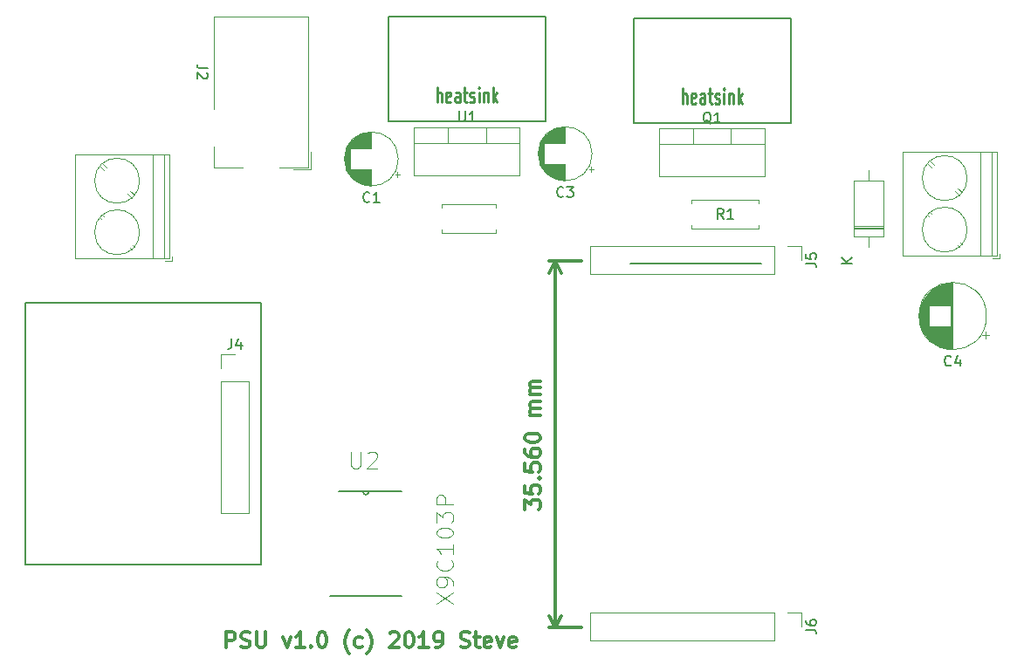
<source format=gto>
G04 #@! TF.GenerationSoftware,KiCad,Pcbnew,5.0.2+dfsg1-1~bpo9+1*
G04 #@! TF.CreationDate,2019-06-18T09:34:39+01:00*
G04 #@! TF.ProjectId,PSU,5053552e-6b69-4636-9164-5f7063625858,rev?*
G04 #@! TF.SameCoordinates,Original*
G04 #@! TF.FileFunction,Legend,Top*
G04 #@! TF.FilePolarity,Positive*
%FSLAX46Y46*%
G04 Gerber Fmt 4.6, Leading zero omitted, Abs format (unit mm)*
G04 Created by KiCad (PCBNEW 5.0.2+dfsg1-1~bpo9+1) date Tue 18 Jun 2019 09:34:39 IST*
%MOMM*%
%LPD*%
G01*
G04 APERTURE LIST*
%ADD10C,0.300000*%
%ADD11C,0.250000*%
%ADD12C,0.200000*%
%ADD13C,0.120000*%
%ADD14C,0.152400*%
%ADD15C,0.150000*%
%ADD16C,0.050000*%
G04 APERTURE END LIST*
D10*
X54798285Y-91864571D02*
X54798285Y-90364571D01*
X55369714Y-90364571D01*
X55512571Y-90436000D01*
X55583999Y-90507428D01*
X55655428Y-90650285D01*
X55655428Y-90864571D01*
X55583999Y-91007428D01*
X55512571Y-91078857D01*
X55369714Y-91150285D01*
X54798285Y-91150285D01*
X56226857Y-91793142D02*
X56441142Y-91864571D01*
X56798285Y-91864571D01*
X56941142Y-91793142D01*
X57012571Y-91721714D01*
X57083999Y-91578857D01*
X57083999Y-91436000D01*
X57012571Y-91293142D01*
X56941142Y-91221714D01*
X56798285Y-91150285D01*
X56512571Y-91078857D01*
X56369714Y-91007428D01*
X56298285Y-90936000D01*
X56226857Y-90793142D01*
X56226857Y-90650285D01*
X56298285Y-90507428D01*
X56369714Y-90436000D01*
X56512571Y-90364571D01*
X56869714Y-90364571D01*
X57083999Y-90436000D01*
X57726857Y-90364571D02*
X57726857Y-91578857D01*
X57798285Y-91721714D01*
X57869714Y-91793142D01*
X58012571Y-91864571D01*
X58298285Y-91864571D01*
X58441142Y-91793142D01*
X58512571Y-91721714D01*
X58583999Y-91578857D01*
X58583999Y-90364571D01*
X60298285Y-90864571D02*
X60655428Y-91864571D01*
X61012571Y-90864571D01*
X62369714Y-91864571D02*
X61512571Y-91864571D01*
X61941142Y-91864571D02*
X61941142Y-90364571D01*
X61798285Y-90578857D01*
X61655428Y-90721714D01*
X61512571Y-90793142D01*
X63012571Y-91721714D02*
X63083999Y-91793142D01*
X63012571Y-91864571D01*
X62941142Y-91793142D01*
X63012571Y-91721714D01*
X63012571Y-91864571D01*
X64012571Y-90364571D02*
X64155428Y-90364571D01*
X64298285Y-90436000D01*
X64369714Y-90507428D01*
X64441142Y-90650285D01*
X64512571Y-90936000D01*
X64512571Y-91293142D01*
X64441142Y-91578857D01*
X64369714Y-91721714D01*
X64298285Y-91793142D01*
X64155428Y-91864571D01*
X64012571Y-91864571D01*
X63869714Y-91793142D01*
X63798285Y-91721714D01*
X63726857Y-91578857D01*
X63655428Y-91293142D01*
X63655428Y-90936000D01*
X63726857Y-90650285D01*
X63798285Y-90507428D01*
X63869714Y-90436000D01*
X64012571Y-90364571D01*
X66726857Y-92436000D02*
X66655428Y-92364571D01*
X66512571Y-92150285D01*
X66441142Y-92007428D01*
X66369714Y-91793142D01*
X66298285Y-91436000D01*
X66298285Y-91150285D01*
X66369714Y-90793142D01*
X66441142Y-90578857D01*
X66512571Y-90436000D01*
X66655428Y-90221714D01*
X66726857Y-90150285D01*
X67941142Y-91793142D02*
X67798285Y-91864571D01*
X67512571Y-91864571D01*
X67369714Y-91793142D01*
X67298285Y-91721714D01*
X67226857Y-91578857D01*
X67226857Y-91150285D01*
X67298285Y-91007428D01*
X67369714Y-90936000D01*
X67512571Y-90864571D01*
X67798285Y-90864571D01*
X67941142Y-90936000D01*
X68441142Y-92436000D02*
X68512571Y-92364571D01*
X68655428Y-92150285D01*
X68726857Y-92007428D01*
X68798285Y-91793142D01*
X68869714Y-91436000D01*
X68869714Y-91150285D01*
X68798285Y-90793142D01*
X68726857Y-90578857D01*
X68655428Y-90436000D01*
X68512571Y-90221714D01*
X68441142Y-90150285D01*
X70655428Y-90507428D02*
X70726857Y-90436000D01*
X70869714Y-90364571D01*
X71226857Y-90364571D01*
X71369714Y-90436000D01*
X71441142Y-90507428D01*
X71512571Y-90650285D01*
X71512571Y-90793142D01*
X71441142Y-91007428D01*
X70584000Y-91864571D01*
X71512571Y-91864571D01*
X72441142Y-90364571D02*
X72584000Y-90364571D01*
X72726857Y-90436000D01*
X72798285Y-90507428D01*
X72869714Y-90650285D01*
X72941142Y-90936000D01*
X72941142Y-91293142D01*
X72869714Y-91578857D01*
X72798285Y-91721714D01*
X72726857Y-91793142D01*
X72584000Y-91864571D01*
X72441142Y-91864571D01*
X72298285Y-91793142D01*
X72226857Y-91721714D01*
X72155428Y-91578857D01*
X72084000Y-91293142D01*
X72084000Y-90936000D01*
X72155428Y-90650285D01*
X72226857Y-90507428D01*
X72298285Y-90436000D01*
X72441142Y-90364571D01*
X74369714Y-91864571D02*
X73512571Y-91864571D01*
X73941142Y-91864571D02*
X73941142Y-90364571D01*
X73798285Y-90578857D01*
X73655428Y-90721714D01*
X73512571Y-90793142D01*
X75084000Y-91864571D02*
X75369714Y-91864571D01*
X75512571Y-91793142D01*
X75584000Y-91721714D01*
X75726857Y-91507428D01*
X75798285Y-91221714D01*
X75798285Y-90650285D01*
X75726857Y-90507428D01*
X75655428Y-90436000D01*
X75512571Y-90364571D01*
X75226857Y-90364571D01*
X75084000Y-90436000D01*
X75012571Y-90507428D01*
X74941142Y-90650285D01*
X74941142Y-91007428D01*
X75012571Y-91150285D01*
X75084000Y-91221714D01*
X75226857Y-91293142D01*
X75512571Y-91293142D01*
X75655428Y-91221714D01*
X75726857Y-91150285D01*
X75798285Y-91007428D01*
X77512571Y-91793142D02*
X77726857Y-91864571D01*
X78084000Y-91864571D01*
X78226857Y-91793142D01*
X78298285Y-91721714D01*
X78369714Y-91578857D01*
X78369714Y-91436000D01*
X78298285Y-91293142D01*
X78226857Y-91221714D01*
X78084000Y-91150285D01*
X77798285Y-91078857D01*
X77655428Y-91007428D01*
X77584000Y-90936000D01*
X77512571Y-90793142D01*
X77512571Y-90650285D01*
X77584000Y-90507428D01*
X77655428Y-90436000D01*
X77798285Y-90364571D01*
X78155428Y-90364571D01*
X78369714Y-90436000D01*
X78798285Y-90864571D02*
X79369714Y-90864571D01*
X79012571Y-90364571D02*
X79012571Y-91650285D01*
X79084000Y-91793142D01*
X79226857Y-91864571D01*
X79369714Y-91864571D01*
X80441142Y-91793142D02*
X80298285Y-91864571D01*
X80012571Y-91864571D01*
X79869714Y-91793142D01*
X79798285Y-91650285D01*
X79798285Y-91078857D01*
X79869714Y-90936000D01*
X80012571Y-90864571D01*
X80298285Y-90864571D01*
X80441142Y-90936000D01*
X80512571Y-91078857D01*
X80512571Y-91221714D01*
X79798285Y-91364571D01*
X81012571Y-90864571D02*
X81369714Y-91864571D01*
X81726857Y-90864571D01*
X82869714Y-91793142D02*
X82726857Y-91864571D01*
X82441142Y-91864571D01*
X82298285Y-91793142D01*
X82226857Y-91650285D01*
X82226857Y-91078857D01*
X82298285Y-90936000D01*
X82441142Y-90864571D01*
X82726857Y-90864571D01*
X82869714Y-90936000D01*
X82941142Y-91078857D01*
X82941142Y-91221714D01*
X82226857Y-91364571D01*
D11*
X75234600Y-38966256D02*
X75234600Y-37466256D01*
X75663172Y-38966256D02*
X75663172Y-38180542D01*
X75615553Y-38037685D01*
X75520314Y-37966256D01*
X75377457Y-37966256D01*
X75282219Y-38037685D01*
X75234600Y-38109113D01*
X76520314Y-38894827D02*
X76425076Y-38966256D01*
X76234600Y-38966256D01*
X76139362Y-38894827D01*
X76091743Y-38751970D01*
X76091743Y-38180542D01*
X76139362Y-38037685D01*
X76234600Y-37966256D01*
X76425076Y-37966256D01*
X76520314Y-38037685D01*
X76567933Y-38180542D01*
X76567933Y-38323399D01*
X76091743Y-38466256D01*
X77425076Y-38966256D02*
X77425076Y-38180542D01*
X77377457Y-38037685D01*
X77282219Y-37966256D01*
X77091743Y-37966256D01*
X76996505Y-38037685D01*
X77425076Y-38894827D02*
X77329838Y-38966256D01*
X77091743Y-38966256D01*
X76996505Y-38894827D01*
X76948886Y-38751970D01*
X76948886Y-38609113D01*
X76996505Y-38466256D01*
X77091743Y-38394827D01*
X77329838Y-38394827D01*
X77425076Y-38323399D01*
X77758410Y-37966256D02*
X78139362Y-37966256D01*
X77901267Y-37466256D02*
X77901267Y-38751970D01*
X77948886Y-38894827D01*
X78044124Y-38966256D01*
X78139362Y-38966256D01*
X78425076Y-38894827D02*
X78520314Y-38966256D01*
X78710791Y-38966256D01*
X78806029Y-38894827D01*
X78853648Y-38751970D01*
X78853648Y-38680542D01*
X78806029Y-38537685D01*
X78710791Y-38466256D01*
X78567933Y-38466256D01*
X78472695Y-38394827D01*
X78425076Y-38251970D01*
X78425076Y-38180542D01*
X78472695Y-38037685D01*
X78567933Y-37966256D01*
X78710791Y-37966256D01*
X78806029Y-38037685D01*
X79282219Y-38966256D02*
X79282219Y-37966256D01*
X79282219Y-37466256D02*
X79234600Y-37537685D01*
X79282219Y-37609113D01*
X79329838Y-37537685D01*
X79282219Y-37466256D01*
X79282219Y-37609113D01*
X79758410Y-37966256D02*
X79758410Y-38966256D01*
X79758410Y-38109113D02*
X79806029Y-38037685D01*
X79901267Y-37966256D01*
X80044124Y-37966256D01*
X80139362Y-38037685D01*
X80186981Y-38180542D01*
X80186981Y-38966256D01*
X80663172Y-38966256D02*
X80663172Y-37466256D01*
X80758410Y-38394827D02*
X81044124Y-38966256D01*
X81044124Y-37966256D02*
X80663172Y-38537685D01*
X99013082Y-39066959D02*
X99013082Y-37566959D01*
X99441654Y-39066959D02*
X99441654Y-38281245D01*
X99394035Y-38138388D01*
X99298796Y-38066959D01*
X99155939Y-38066959D01*
X99060701Y-38138388D01*
X99013082Y-38209816D01*
X100298796Y-38995530D02*
X100203558Y-39066959D01*
X100013082Y-39066959D01*
X99917844Y-38995530D01*
X99870225Y-38852673D01*
X99870225Y-38281245D01*
X99917844Y-38138388D01*
X100013082Y-38066959D01*
X100203558Y-38066959D01*
X100298796Y-38138388D01*
X100346415Y-38281245D01*
X100346415Y-38424102D01*
X99870225Y-38566959D01*
X101203558Y-39066959D02*
X101203558Y-38281245D01*
X101155939Y-38138388D01*
X101060701Y-38066959D01*
X100870225Y-38066959D01*
X100774987Y-38138388D01*
X101203558Y-38995530D02*
X101108320Y-39066959D01*
X100870225Y-39066959D01*
X100774987Y-38995530D01*
X100727368Y-38852673D01*
X100727368Y-38709816D01*
X100774987Y-38566959D01*
X100870225Y-38495530D01*
X101108320Y-38495530D01*
X101203558Y-38424102D01*
X101536892Y-38066959D02*
X101917844Y-38066959D01*
X101679749Y-37566959D02*
X101679749Y-38852673D01*
X101727368Y-38995530D01*
X101822606Y-39066959D01*
X101917844Y-39066959D01*
X102203558Y-38995530D02*
X102298796Y-39066959D01*
X102489273Y-39066959D01*
X102584511Y-38995530D01*
X102632130Y-38852673D01*
X102632130Y-38781245D01*
X102584511Y-38638388D01*
X102489273Y-38566959D01*
X102346415Y-38566959D01*
X102251177Y-38495530D01*
X102203558Y-38352673D01*
X102203558Y-38281245D01*
X102251177Y-38138388D01*
X102346415Y-38066959D01*
X102489273Y-38066959D01*
X102584511Y-38138388D01*
X103060701Y-39066959D02*
X103060701Y-38066959D01*
X103060701Y-37566959D02*
X103013082Y-37638388D01*
X103060701Y-37709816D01*
X103108320Y-37638388D01*
X103060701Y-37566959D01*
X103060701Y-37709816D01*
X103536892Y-38066959D02*
X103536892Y-39066959D01*
X103536892Y-38209816D02*
X103584511Y-38138388D01*
X103679749Y-38066959D01*
X103822606Y-38066959D01*
X103917844Y-38138388D01*
X103965463Y-38281245D01*
X103965463Y-39066959D01*
X104441654Y-39066959D02*
X104441654Y-37566959D01*
X104536892Y-38495530D02*
X104822606Y-39066959D01*
X104822606Y-38066959D02*
X104441654Y-38638388D01*
D12*
X58166000Y-83820000D02*
X58166000Y-58420000D01*
X35306000Y-83820000D02*
X58166000Y-83820000D01*
X35306000Y-58420000D02*
X35306000Y-83820000D01*
X58166000Y-58420000D02*
X35306000Y-58420000D01*
X93980000Y-54610000D02*
X106680000Y-54610000D01*
X109514035Y-40928388D02*
X100624035Y-40928388D01*
X109514035Y-30768388D02*
X109514035Y-40928388D01*
X94274035Y-30768388D02*
X109514035Y-30768388D01*
X94274035Y-40928388D02*
X94274035Y-30768388D01*
X101894035Y-40928388D02*
X94274035Y-40928388D01*
X70495553Y-40827685D02*
X78115553Y-40827685D01*
X70495553Y-30667685D02*
X70495553Y-40827685D01*
X85735553Y-30667685D02*
X70495553Y-30667685D01*
X85735553Y-40827685D02*
X85735553Y-30667685D01*
X78115553Y-40827685D02*
X85735553Y-40827685D01*
D10*
X83740971Y-78435744D02*
X83740971Y-77507172D01*
X84312400Y-78007172D01*
X84312400Y-77792887D01*
X84383828Y-77650030D01*
X84455257Y-77578601D01*
X84598114Y-77507172D01*
X84955257Y-77507172D01*
X85098114Y-77578601D01*
X85169542Y-77650030D01*
X85240971Y-77792887D01*
X85240971Y-78221458D01*
X85169542Y-78364315D01*
X85098114Y-78435744D01*
X83740971Y-76150030D02*
X83740971Y-76864315D01*
X84455257Y-76935744D01*
X84383828Y-76864315D01*
X84312400Y-76721458D01*
X84312400Y-76364315D01*
X84383828Y-76221458D01*
X84455257Y-76150030D01*
X84598114Y-76078601D01*
X84955257Y-76078601D01*
X85098114Y-76150030D01*
X85169542Y-76221458D01*
X85240971Y-76364315D01*
X85240971Y-76721458D01*
X85169542Y-76864315D01*
X85098114Y-76935744D01*
X85098114Y-75435744D02*
X85169542Y-75364315D01*
X85240971Y-75435744D01*
X85169542Y-75507172D01*
X85098114Y-75435744D01*
X85240971Y-75435744D01*
X83740971Y-74007172D02*
X83740971Y-74721458D01*
X84455257Y-74792887D01*
X84383828Y-74721458D01*
X84312400Y-74578601D01*
X84312400Y-74221458D01*
X84383828Y-74078601D01*
X84455257Y-74007172D01*
X84598114Y-73935744D01*
X84955257Y-73935744D01*
X85098114Y-74007172D01*
X85169542Y-74078601D01*
X85240971Y-74221458D01*
X85240971Y-74578601D01*
X85169542Y-74721458D01*
X85098114Y-74792887D01*
X83740971Y-72650030D02*
X83740971Y-72935744D01*
X83812400Y-73078601D01*
X83883828Y-73150030D01*
X84098114Y-73292887D01*
X84383828Y-73364315D01*
X84955257Y-73364315D01*
X85098114Y-73292887D01*
X85169542Y-73221458D01*
X85240971Y-73078601D01*
X85240971Y-72792887D01*
X85169542Y-72650030D01*
X85098114Y-72578601D01*
X84955257Y-72507172D01*
X84598114Y-72507172D01*
X84455257Y-72578601D01*
X84383828Y-72650030D01*
X84312400Y-72792887D01*
X84312400Y-73078601D01*
X84383828Y-73221458D01*
X84455257Y-73292887D01*
X84598114Y-73364315D01*
X83740971Y-71578601D02*
X83740971Y-71435744D01*
X83812400Y-71292887D01*
X83883828Y-71221458D01*
X84026685Y-71150030D01*
X84312400Y-71078601D01*
X84669542Y-71078601D01*
X84955257Y-71150030D01*
X85098114Y-71221458D01*
X85169542Y-71292887D01*
X85240971Y-71435744D01*
X85240971Y-71578601D01*
X85169542Y-71721458D01*
X85098114Y-71792887D01*
X84955257Y-71864315D01*
X84669542Y-71935744D01*
X84312400Y-71935744D01*
X84026685Y-71864315D01*
X83883828Y-71792887D01*
X83812400Y-71721458D01*
X83740971Y-71578601D01*
X85240971Y-69292887D02*
X84240971Y-69292887D01*
X84383828Y-69292887D02*
X84312400Y-69221458D01*
X84240971Y-69078601D01*
X84240971Y-68864315D01*
X84312400Y-68721458D01*
X84455257Y-68650030D01*
X85240971Y-68650030D01*
X84455257Y-68650030D02*
X84312400Y-68578601D01*
X84240971Y-68435744D01*
X84240971Y-68221458D01*
X84312400Y-68078601D01*
X84455257Y-68007172D01*
X85240971Y-68007172D01*
X85240971Y-67292887D02*
X84240971Y-67292887D01*
X84383828Y-67292887D02*
X84312400Y-67221458D01*
X84240971Y-67078601D01*
X84240971Y-66864315D01*
X84312400Y-66721458D01*
X84455257Y-66650030D01*
X85240971Y-66650030D01*
X84455257Y-66650030D02*
X84312400Y-66578601D01*
X84240971Y-66435744D01*
X84240971Y-66221458D01*
X84312400Y-66078601D01*
X84455257Y-66007172D01*
X85240971Y-66007172D01*
X86662400Y-54370030D02*
X86662400Y-89930030D01*
X89202400Y-54370030D02*
X86075979Y-54370030D01*
X89202400Y-89930030D02*
X86075979Y-89930030D01*
X86662400Y-89930030D02*
X86075979Y-88803526D01*
X86662400Y-89930030D02*
X87248821Y-88803526D01*
X86662400Y-54370030D02*
X86075979Y-55496534D01*
X86662400Y-54370030D02*
X87248821Y-55496534D01*
D13*
G04 #@! TO.C,J2*
X53566000Y-39650000D02*
X53566000Y-30650000D01*
X53566000Y-30650000D02*
X62766000Y-30650000D01*
X62766000Y-30650000D02*
X62766000Y-45250000D01*
X62766000Y-45250000D02*
X59966000Y-45250000D01*
X56366000Y-45250000D02*
X53566000Y-45250000D01*
X53566000Y-45250000D02*
X53566000Y-43250000D01*
X63006000Y-43750000D02*
X63006000Y-45490000D01*
X63006000Y-45490000D02*
X61266000Y-45490000D01*
G04 #@! TO.C,C3*
X90200775Y-45667000D02*
X90200775Y-45167000D01*
X90450775Y-45417000D02*
X89950775Y-45417000D01*
X85045000Y-44226000D02*
X85045000Y-43658000D01*
X85085000Y-44460000D02*
X85085000Y-43424000D01*
X85125000Y-44619000D02*
X85125000Y-43265000D01*
X85165000Y-44747000D02*
X85165000Y-43137000D01*
X85205000Y-44857000D02*
X85205000Y-43027000D01*
X85245000Y-44953000D02*
X85245000Y-42931000D01*
X85285000Y-45040000D02*
X85285000Y-42844000D01*
X85325000Y-45120000D02*
X85325000Y-42764000D01*
X85365000Y-45193000D02*
X85365000Y-42691000D01*
X85405000Y-45261000D02*
X85405000Y-42623000D01*
X85445000Y-45325000D02*
X85445000Y-42559000D01*
X85485000Y-45385000D02*
X85485000Y-42499000D01*
X85525000Y-45442000D02*
X85525000Y-42442000D01*
X85565000Y-45496000D02*
X85565000Y-42388000D01*
X85605000Y-45547000D02*
X85605000Y-42337000D01*
X85645000Y-42902000D02*
X85645000Y-42289000D01*
X85645000Y-45595000D02*
X85645000Y-44982000D01*
X85685000Y-42902000D02*
X85685000Y-42243000D01*
X85685000Y-45641000D02*
X85685000Y-44982000D01*
X85725000Y-42902000D02*
X85725000Y-42199000D01*
X85725000Y-45685000D02*
X85725000Y-44982000D01*
X85765000Y-42902000D02*
X85765000Y-42157000D01*
X85765000Y-45727000D02*
X85765000Y-44982000D01*
X85805000Y-42902000D02*
X85805000Y-42116000D01*
X85805000Y-45768000D02*
X85805000Y-44982000D01*
X85845000Y-42902000D02*
X85845000Y-42078000D01*
X85845000Y-45806000D02*
X85845000Y-44982000D01*
X85885000Y-42902000D02*
X85885000Y-42041000D01*
X85885000Y-45843000D02*
X85885000Y-44982000D01*
X85925000Y-42902000D02*
X85925000Y-42005000D01*
X85925000Y-45879000D02*
X85925000Y-44982000D01*
X85965000Y-42902000D02*
X85965000Y-41971000D01*
X85965000Y-45913000D02*
X85965000Y-44982000D01*
X86005000Y-42902000D02*
X86005000Y-41938000D01*
X86005000Y-45946000D02*
X86005000Y-44982000D01*
X86045000Y-42902000D02*
X86045000Y-41907000D01*
X86045000Y-45977000D02*
X86045000Y-44982000D01*
X86085000Y-42902000D02*
X86085000Y-41877000D01*
X86085000Y-46007000D02*
X86085000Y-44982000D01*
X86125000Y-42902000D02*
X86125000Y-41847000D01*
X86125000Y-46037000D02*
X86125000Y-44982000D01*
X86165000Y-42902000D02*
X86165000Y-41820000D01*
X86165000Y-46064000D02*
X86165000Y-44982000D01*
X86205000Y-42902000D02*
X86205000Y-41793000D01*
X86205000Y-46091000D02*
X86205000Y-44982000D01*
X86245000Y-42902000D02*
X86245000Y-41767000D01*
X86245000Y-46117000D02*
X86245000Y-44982000D01*
X86285000Y-42902000D02*
X86285000Y-41742000D01*
X86285000Y-46142000D02*
X86285000Y-44982000D01*
X86325000Y-42902000D02*
X86325000Y-41718000D01*
X86325000Y-46166000D02*
X86325000Y-44982000D01*
X86365000Y-42902000D02*
X86365000Y-41695000D01*
X86365000Y-46189000D02*
X86365000Y-44982000D01*
X86405000Y-42902000D02*
X86405000Y-41674000D01*
X86405000Y-46210000D02*
X86405000Y-44982000D01*
X86445000Y-42902000D02*
X86445000Y-41652000D01*
X86445000Y-46232000D02*
X86445000Y-44982000D01*
X86485000Y-42902000D02*
X86485000Y-41632000D01*
X86485000Y-46252000D02*
X86485000Y-44982000D01*
X86525000Y-42902000D02*
X86525000Y-41613000D01*
X86525000Y-46271000D02*
X86525000Y-44982000D01*
X86565000Y-42902000D02*
X86565000Y-41594000D01*
X86565000Y-46290000D02*
X86565000Y-44982000D01*
X86605000Y-42902000D02*
X86605000Y-41577000D01*
X86605000Y-46307000D02*
X86605000Y-44982000D01*
X86645000Y-42902000D02*
X86645000Y-41560000D01*
X86645000Y-46324000D02*
X86645000Y-44982000D01*
X86685000Y-42902000D02*
X86685000Y-41544000D01*
X86685000Y-46340000D02*
X86685000Y-44982000D01*
X86725000Y-42902000D02*
X86725000Y-41528000D01*
X86725000Y-46356000D02*
X86725000Y-44982000D01*
X86765000Y-42902000D02*
X86765000Y-41514000D01*
X86765000Y-46370000D02*
X86765000Y-44982000D01*
X86805000Y-42902000D02*
X86805000Y-41500000D01*
X86805000Y-46384000D02*
X86805000Y-44982000D01*
X86845000Y-42902000D02*
X86845000Y-41487000D01*
X86845000Y-46397000D02*
X86845000Y-44982000D01*
X86885000Y-42902000D02*
X86885000Y-41474000D01*
X86885000Y-46410000D02*
X86885000Y-44982000D01*
X86925000Y-42902000D02*
X86925000Y-41462000D01*
X86925000Y-46422000D02*
X86925000Y-44982000D01*
X86966000Y-42902000D02*
X86966000Y-41451000D01*
X86966000Y-46433000D02*
X86966000Y-44982000D01*
X87006000Y-42902000D02*
X87006000Y-41441000D01*
X87006000Y-46443000D02*
X87006000Y-44982000D01*
X87046000Y-42902000D02*
X87046000Y-41431000D01*
X87046000Y-46453000D02*
X87046000Y-44982000D01*
X87086000Y-42902000D02*
X87086000Y-41422000D01*
X87086000Y-46462000D02*
X87086000Y-44982000D01*
X87126000Y-42902000D02*
X87126000Y-41414000D01*
X87126000Y-46470000D02*
X87126000Y-44982000D01*
X87166000Y-42902000D02*
X87166000Y-41406000D01*
X87166000Y-46478000D02*
X87166000Y-44982000D01*
X87206000Y-42902000D02*
X87206000Y-41399000D01*
X87206000Y-46485000D02*
X87206000Y-44982000D01*
X87246000Y-42902000D02*
X87246000Y-41392000D01*
X87246000Y-46492000D02*
X87246000Y-44982000D01*
X87286000Y-42902000D02*
X87286000Y-41386000D01*
X87286000Y-46498000D02*
X87286000Y-44982000D01*
X87326000Y-42902000D02*
X87326000Y-41381000D01*
X87326000Y-46503000D02*
X87326000Y-44982000D01*
X87366000Y-42902000D02*
X87366000Y-41377000D01*
X87366000Y-46507000D02*
X87366000Y-44982000D01*
X87406000Y-42902000D02*
X87406000Y-41373000D01*
X87406000Y-46511000D02*
X87406000Y-44982000D01*
X87446000Y-42902000D02*
X87446000Y-41369000D01*
X87446000Y-46515000D02*
X87446000Y-44982000D01*
X87486000Y-42902000D02*
X87486000Y-41366000D01*
X87486000Y-46518000D02*
X87486000Y-44982000D01*
X87526000Y-42902000D02*
X87526000Y-41364000D01*
X87526000Y-46520000D02*
X87526000Y-44982000D01*
X87566000Y-42902000D02*
X87566000Y-41363000D01*
X87566000Y-46521000D02*
X87566000Y-44982000D01*
X87606000Y-46522000D02*
X87606000Y-44982000D01*
X87606000Y-42902000D02*
X87606000Y-41362000D01*
X87646000Y-46522000D02*
X87646000Y-44982000D01*
X87646000Y-42902000D02*
X87646000Y-41362000D01*
X90266000Y-43942000D02*
G75*
G03X90266000Y-43942000I-2620000J0D01*
G01*
G04 #@! TO.C,C1*
X71470000Y-44450000D02*
G75*
G03X71470000Y-44450000I-2620000J0D01*
G01*
X68850000Y-43410000D02*
X68850000Y-41870000D01*
X68850000Y-47030000D02*
X68850000Y-45490000D01*
X68810000Y-43410000D02*
X68810000Y-41870000D01*
X68810000Y-47030000D02*
X68810000Y-45490000D01*
X68770000Y-47029000D02*
X68770000Y-45490000D01*
X68770000Y-43410000D02*
X68770000Y-41871000D01*
X68730000Y-47028000D02*
X68730000Y-45490000D01*
X68730000Y-43410000D02*
X68730000Y-41872000D01*
X68690000Y-47026000D02*
X68690000Y-45490000D01*
X68690000Y-43410000D02*
X68690000Y-41874000D01*
X68650000Y-47023000D02*
X68650000Y-45490000D01*
X68650000Y-43410000D02*
X68650000Y-41877000D01*
X68610000Y-47019000D02*
X68610000Y-45490000D01*
X68610000Y-43410000D02*
X68610000Y-41881000D01*
X68570000Y-47015000D02*
X68570000Y-45490000D01*
X68570000Y-43410000D02*
X68570000Y-41885000D01*
X68530000Y-47011000D02*
X68530000Y-45490000D01*
X68530000Y-43410000D02*
X68530000Y-41889000D01*
X68490000Y-47006000D02*
X68490000Y-45490000D01*
X68490000Y-43410000D02*
X68490000Y-41894000D01*
X68450000Y-47000000D02*
X68450000Y-45490000D01*
X68450000Y-43410000D02*
X68450000Y-41900000D01*
X68410000Y-46993000D02*
X68410000Y-45490000D01*
X68410000Y-43410000D02*
X68410000Y-41907000D01*
X68370000Y-46986000D02*
X68370000Y-45490000D01*
X68370000Y-43410000D02*
X68370000Y-41914000D01*
X68330000Y-46978000D02*
X68330000Y-45490000D01*
X68330000Y-43410000D02*
X68330000Y-41922000D01*
X68290000Y-46970000D02*
X68290000Y-45490000D01*
X68290000Y-43410000D02*
X68290000Y-41930000D01*
X68250000Y-46961000D02*
X68250000Y-45490000D01*
X68250000Y-43410000D02*
X68250000Y-41939000D01*
X68210000Y-46951000D02*
X68210000Y-45490000D01*
X68210000Y-43410000D02*
X68210000Y-41949000D01*
X68170000Y-46941000D02*
X68170000Y-45490000D01*
X68170000Y-43410000D02*
X68170000Y-41959000D01*
X68129000Y-46930000D02*
X68129000Y-45490000D01*
X68129000Y-43410000D02*
X68129000Y-41970000D01*
X68089000Y-46918000D02*
X68089000Y-45490000D01*
X68089000Y-43410000D02*
X68089000Y-41982000D01*
X68049000Y-46905000D02*
X68049000Y-45490000D01*
X68049000Y-43410000D02*
X68049000Y-41995000D01*
X68009000Y-46892000D02*
X68009000Y-45490000D01*
X68009000Y-43410000D02*
X68009000Y-42008000D01*
X67969000Y-46878000D02*
X67969000Y-45490000D01*
X67969000Y-43410000D02*
X67969000Y-42022000D01*
X67929000Y-46864000D02*
X67929000Y-45490000D01*
X67929000Y-43410000D02*
X67929000Y-42036000D01*
X67889000Y-46848000D02*
X67889000Y-45490000D01*
X67889000Y-43410000D02*
X67889000Y-42052000D01*
X67849000Y-46832000D02*
X67849000Y-45490000D01*
X67849000Y-43410000D02*
X67849000Y-42068000D01*
X67809000Y-46815000D02*
X67809000Y-45490000D01*
X67809000Y-43410000D02*
X67809000Y-42085000D01*
X67769000Y-46798000D02*
X67769000Y-45490000D01*
X67769000Y-43410000D02*
X67769000Y-42102000D01*
X67729000Y-46779000D02*
X67729000Y-45490000D01*
X67729000Y-43410000D02*
X67729000Y-42121000D01*
X67689000Y-46760000D02*
X67689000Y-45490000D01*
X67689000Y-43410000D02*
X67689000Y-42140000D01*
X67649000Y-46740000D02*
X67649000Y-45490000D01*
X67649000Y-43410000D02*
X67649000Y-42160000D01*
X67609000Y-46718000D02*
X67609000Y-45490000D01*
X67609000Y-43410000D02*
X67609000Y-42182000D01*
X67569000Y-46697000D02*
X67569000Y-45490000D01*
X67569000Y-43410000D02*
X67569000Y-42203000D01*
X67529000Y-46674000D02*
X67529000Y-45490000D01*
X67529000Y-43410000D02*
X67529000Y-42226000D01*
X67489000Y-46650000D02*
X67489000Y-45490000D01*
X67489000Y-43410000D02*
X67489000Y-42250000D01*
X67449000Y-46625000D02*
X67449000Y-45490000D01*
X67449000Y-43410000D02*
X67449000Y-42275000D01*
X67409000Y-46599000D02*
X67409000Y-45490000D01*
X67409000Y-43410000D02*
X67409000Y-42301000D01*
X67369000Y-46572000D02*
X67369000Y-45490000D01*
X67369000Y-43410000D02*
X67369000Y-42328000D01*
X67329000Y-46545000D02*
X67329000Y-45490000D01*
X67329000Y-43410000D02*
X67329000Y-42355000D01*
X67289000Y-46515000D02*
X67289000Y-45490000D01*
X67289000Y-43410000D02*
X67289000Y-42385000D01*
X67249000Y-46485000D02*
X67249000Y-45490000D01*
X67249000Y-43410000D02*
X67249000Y-42415000D01*
X67209000Y-46454000D02*
X67209000Y-45490000D01*
X67209000Y-43410000D02*
X67209000Y-42446000D01*
X67169000Y-46421000D02*
X67169000Y-45490000D01*
X67169000Y-43410000D02*
X67169000Y-42479000D01*
X67129000Y-46387000D02*
X67129000Y-45490000D01*
X67129000Y-43410000D02*
X67129000Y-42513000D01*
X67089000Y-46351000D02*
X67089000Y-45490000D01*
X67089000Y-43410000D02*
X67089000Y-42549000D01*
X67049000Y-46314000D02*
X67049000Y-45490000D01*
X67049000Y-43410000D02*
X67049000Y-42586000D01*
X67009000Y-46276000D02*
X67009000Y-45490000D01*
X67009000Y-43410000D02*
X67009000Y-42624000D01*
X66969000Y-46235000D02*
X66969000Y-45490000D01*
X66969000Y-43410000D02*
X66969000Y-42665000D01*
X66929000Y-46193000D02*
X66929000Y-45490000D01*
X66929000Y-43410000D02*
X66929000Y-42707000D01*
X66889000Y-46149000D02*
X66889000Y-45490000D01*
X66889000Y-43410000D02*
X66889000Y-42751000D01*
X66849000Y-46103000D02*
X66849000Y-45490000D01*
X66849000Y-43410000D02*
X66849000Y-42797000D01*
X66809000Y-46055000D02*
X66809000Y-42845000D01*
X66769000Y-46004000D02*
X66769000Y-42896000D01*
X66729000Y-45950000D02*
X66729000Y-42950000D01*
X66689000Y-45893000D02*
X66689000Y-43007000D01*
X66649000Y-45833000D02*
X66649000Y-43067000D01*
X66609000Y-45769000D02*
X66609000Y-43131000D01*
X66569000Y-45701000D02*
X66569000Y-43199000D01*
X66529000Y-45628000D02*
X66529000Y-43272000D01*
X66489000Y-45548000D02*
X66489000Y-43352000D01*
X66449000Y-45461000D02*
X66449000Y-43439000D01*
X66409000Y-45365000D02*
X66409000Y-43535000D01*
X66369000Y-45255000D02*
X66369000Y-43645000D01*
X66329000Y-45127000D02*
X66329000Y-43773000D01*
X66289000Y-44968000D02*
X66289000Y-43932000D01*
X66249000Y-44734000D02*
X66249000Y-44166000D01*
X71654775Y-45925000D02*
X71154775Y-45925000D01*
X71404775Y-46175000D02*
X71404775Y-45675000D01*
G04 #@! TO.C,C4*
X128512000Y-59690000D02*
G75*
G03X128512000Y-59690000I-3270000J0D01*
G01*
X125242000Y-62920000D02*
X125242000Y-56460000D01*
X125202000Y-62920000D02*
X125202000Y-56460000D01*
X125162000Y-62920000D02*
X125162000Y-56460000D01*
X125122000Y-62918000D02*
X125122000Y-56462000D01*
X125082000Y-62917000D02*
X125082000Y-56463000D01*
X125042000Y-62914000D02*
X125042000Y-56466000D01*
X125002000Y-62912000D02*
X125002000Y-60730000D01*
X125002000Y-58650000D02*
X125002000Y-56468000D01*
X124962000Y-62908000D02*
X124962000Y-60730000D01*
X124962000Y-58650000D02*
X124962000Y-56472000D01*
X124922000Y-62905000D02*
X124922000Y-60730000D01*
X124922000Y-58650000D02*
X124922000Y-56475000D01*
X124882000Y-62901000D02*
X124882000Y-60730000D01*
X124882000Y-58650000D02*
X124882000Y-56479000D01*
X124842000Y-62896000D02*
X124842000Y-60730000D01*
X124842000Y-58650000D02*
X124842000Y-56484000D01*
X124802000Y-62891000D02*
X124802000Y-60730000D01*
X124802000Y-58650000D02*
X124802000Y-56489000D01*
X124762000Y-62885000D02*
X124762000Y-60730000D01*
X124762000Y-58650000D02*
X124762000Y-56495000D01*
X124722000Y-62879000D02*
X124722000Y-60730000D01*
X124722000Y-58650000D02*
X124722000Y-56501000D01*
X124682000Y-62872000D02*
X124682000Y-60730000D01*
X124682000Y-58650000D02*
X124682000Y-56508000D01*
X124642000Y-62865000D02*
X124642000Y-60730000D01*
X124642000Y-58650000D02*
X124642000Y-56515000D01*
X124602000Y-62857000D02*
X124602000Y-60730000D01*
X124602000Y-58650000D02*
X124602000Y-56523000D01*
X124562000Y-62849000D02*
X124562000Y-60730000D01*
X124562000Y-58650000D02*
X124562000Y-56531000D01*
X124521000Y-62840000D02*
X124521000Y-60730000D01*
X124521000Y-58650000D02*
X124521000Y-56540000D01*
X124481000Y-62831000D02*
X124481000Y-60730000D01*
X124481000Y-58650000D02*
X124481000Y-56549000D01*
X124441000Y-62821000D02*
X124441000Y-60730000D01*
X124441000Y-58650000D02*
X124441000Y-56559000D01*
X124401000Y-62811000D02*
X124401000Y-60730000D01*
X124401000Y-58650000D02*
X124401000Y-56569000D01*
X124361000Y-62800000D02*
X124361000Y-60730000D01*
X124361000Y-58650000D02*
X124361000Y-56580000D01*
X124321000Y-62788000D02*
X124321000Y-60730000D01*
X124321000Y-58650000D02*
X124321000Y-56592000D01*
X124281000Y-62776000D02*
X124281000Y-60730000D01*
X124281000Y-58650000D02*
X124281000Y-56604000D01*
X124241000Y-62764000D02*
X124241000Y-60730000D01*
X124241000Y-58650000D02*
X124241000Y-56616000D01*
X124201000Y-62751000D02*
X124201000Y-60730000D01*
X124201000Y-58650000D02*
X124201000Y-56629000D01*
X124161000Y-62737000D02*
X124161000Y-60730000D01*
X124161000Y-58650000D02*
X124161000Y-56643000D01*
X124121000Y-62723000D02*
X124121000Y-60730000D01*
X124121000Y-58650000D02*
X124121000Y-56657000D01*
X124081000Y-62708000D02*
X124081000Y-60730000D01*
X124081000Y-58650000D02*
X124081000Y-56672000D01*
X124041000Y-62692000D02*
X124041000Y-60730000D01*
X124041000Y-58650000D02*
X124041000Y-56688000D01*
X124001000Y-62676000D02*
X124001000Y-60730000D01*
X124001000Y-58650000D02*
X124001000Y-56704000D01*
X123961000Y-62660000D02*
X123961000Y-60730000D01*
X123961000Y-58650000D02*
X123961000Y-56720000D01*
X123921000Y-62642000D02*
X123921000Y-60730000D01*
X123921000Y-58650000D02*
X123921000Y-56738000D01*
X123881000Y-62624000D02*
X123881000Y-60730000D01*
X123881000Y-58650000D02*
X123881000Y-56756000D01*
X123841000Y-62606000D02*
X123841000Y-60730000D01*
X123841000Y-58650000D02*
X123841000Y-56774000D01*
X123801000Y-62586000D02*
X123801000Y-60730000D01*
X123801000Y-58650000D02*
X123801000Y-56794000D01*
X123761000Y-62566000D02*
X123761000Y-60730000D01*
X123761000Y-58650000D02*
X123761000Y-56814000D01*
X123721000Y-62546000D02*
X123721000Y-60730000D01*
X123721000Y-58650000D02*
X123721000Y-56834000D01*
X123681000Y-62524000D02*
X123681000Y-60730000D01*
X123681000Y-58650000D02*
X123681000Y-56856000D01*
X123641000Y-62502000D02*
X123641000Y-60730000D01*
X123641000Y-58650000D02*
X123641000Y-56878000D01*
X123601000Y-62480000D02*
X123601000Y-60730000D01*
X123601000Y-58650000D02*
X123601000Y-56900000D01*
X123561000Y-62456000D02*
X123561000Y-60730000D01*
X123561000Y-58650000D02*
X123561000Y-56924000D01*
X123521000Y-62432000D02*
X123521000Y-60730000D01*
X123521000Y-58650000D02*
X123521000Y-56948000D01*
X123481000Y-62406000D02*
X123481000Y-60730000D01*
X123481000Y-58650000D02*
X123481000Y-56974000D01*
X123441000Y-62380000D02*
X123441000Y-60730000D01*
X123441000Y-58650000D02*
X123441000Y-57000000D01*
X123401000Y-62354000D02*
X123401000Y-60730000D01*
X123401000Y-58650000D02*
X123401000Y-57026000D01*
X123361000Y-62326000D02*
X123361000Y-60730000D01*
X123361000Y-58650000D02*
X123361000Y-57054000D01*
X123321000Y-62297000D02*
X123321000Y-60730000D01*
X123321000Y-58650000D02*
X123321000Y-57083000D01*
X123281000Y-62268000D02*
X123281000Y-60730000D01*
X123281000Y-58650000D02*
X123281000Y-57112000D01*
X123241000Y-62238000D02*
X123241000Y-60730000D01*
X123241000Y-58650000D02*
X123241000Y-57142000D01*
X123201000Y-62206000D02*
X123201000Y-60730000D01*
X123201000Y-58650000D02*
X123201000Y-57174000D01*
X123161000Y-62174000D02*
X123161000Y-60730000D01*
X123161000Y-58650000D02*
X123161000Y-57206000D01*
X123121000Y-62140000D02*
X123121000Y-60730000D01*
X123121000Y-58650000D02*
X123121000Y-57240000D01*
X123081000Y-62106000D02*
X123081000Y-60730000D01*
X123081000Y-58650000D02*
X123081000Y-57274000D01*
X123041000Y-62070000D02*
X123041000Y-60730000D01*
X123041000Y-58650000D02*
X123041000Y-57310000D01*
X123001000Y-62033000D02*
X123001000Y-60730000D01*
X123001000Y-58650000D02*
X123001000Y-57347000D01*
X122961000Y-61995000D02*
X122961000Y-60730000D01*
X122961000Y-58650000D02*
X122961000Y-57385000D01*
X122921000Y-61955000D02*
X122921000Y-57425000D01*
X122881000Y-61914000D02*
X122881000Y-57466000D01*
X122841000Y-61872000D02*
X122841000Y-57508000D01*
X122801000Y-61827000D02*
X122801000Y-57553000D01*
X122761000Y-61782000D02*
X122761000Y-57598000D01*
X122721000Y-61734000D02*
X122721000Y-57646000D01*
X122681000Y-61685000D02*
X122681000Y-57695000D01*
X122641000Y-61634000D02*
X122641000Y-57746000D01*
X122601000Y-61580000D02*
X122601000Y-57800000D01*
X122561000Y-61524000D02*
X122561000Y-57856000D01*
X122521000Y-61466000D02*
X122521000Y-57914000D01*
X122481000Y-61404000D02*
X122481000Y-57976000D01*
X122441000Y-61340000D02*
X122441000Y-58040000D01*
X122401000Y-61271000D02*
X122401000Y-58109000D01*
X122361000Y-61199000D02*
X122361000Y-58181000D01*
X122321000Y-61122000D02*
X122321000Y-58258000D01*
X122281000Y-61040000D02*
X122281000Y-58340000D01*
X122241000Y-60952000D02*
X122241000Y-58428000D01*
X122201000Y-60855000D02*
X122201000Y-58525000D01*
X122161000Y-60749000D02*
X122161000Y-58631000D01*
X122121000Y-60630000D02*
X122121000Y-58750000D01*
X122081000Y-60492000D02*
X122081000Y-58888000D01*
X122041000Y-60323000D02*
X122041000Y-59057000D01*
X122001000Y-60092000D02*
X122001000Y-59288000D01*
X128742241Y-61529000D02*
X128112241Y-61529000D01*
X128427241Y-61844000D02*
X128427241Y-61214000D01*
G04 #@! TO.C,C2*
X75709600Y-48855700D02*
X80949600Y-48855700D01*
X75709600Y-51595700D02*
X80949600Y-51595700D01*
X75709600Y-48855700D02*
X75709600Y-49170700D01*
X75709600Y-51280700D02*
X75709600Y-51595700D01*
X80949600Y-48855700D02*
X80949600Y-49170700D01*
X80949600Y-51280700D02*
X80949600Y-51595700D01*
G04 #@! TO.C,J4*
X54296000Y-78800000D02*
X56956000Y-78800000D01*
X54296000Y-66040000D02*
X54296000Y-78800000D01*
X56956000Y-66040000D02*
X56956000Y-78800000D01*
X54296000Y-66040000D02*
X56956000Y-66040000D01*
X54296000Y-64770000D02*
X54296000Y-63440000D01*
X54296000Y-63440000D02*
X55626000Y-63440000D01*
G04 #@! TO.C,J6*
X110551000Y-88476300D02*
X110551000Y-89806300D01*
X109221000Y-88476300D02*
X110551000Y-88476300D01*
X107951000Y-88476300D02*
X107951000Y-91136300D01*
X107951000Y-91136300D02*
X90111000Y-91136300D01*
X107951000Y-88476300D02*
X90111000Y-88476300D01*
X90111000Y-88476300D02*
X90111000Y-91136300D01*
G04 #@! TO.C,J5*
X90111000Y-52916300D02*
X90111000Y-55576300D01*
X107951000Y-52916300D02*
X90111000Y-52916300D01*
X107951000Y-55576300D02*
X90111000Y-55576300D01*
X107951000Y-52916300D02*
X107951000Y-55576300D01*
X109221000Y-52916300D02*
X110551000Y-52916300D01*
X110551000Y-52916300D02*
X110551000Y-54246300D01*
G04 #@! TO.C,D2*
X115624000Y-51216000D02*
X118564000Y-51216000D01*
X115624000Y-50976000D02*
X118564000Y-50976000D01*
X115624000Y-51096000D02*
X118564000Y-51096000D01*
X117094000Y-45536000D02*
X117094000Y-46556000D01*
X117094000Y-53016000D02*
X117094000Y-51996000D01*
X115624000Y-46556000D02*
X115624000Y-51996000D01*
X118564000Y-46556000D02*
X115624000Y-46556000D01*
X118564000Y-51996000D02*
X118564000Y-46556000D01*
X115624000Y-51996000D02*
X118564000Y-51996000D01*
G04 #@! TO.C,U1*
X79966600Y-41367700D02*
X79966600Y-42877700D01*
X76265600Y-41367700D02*
X76265600Y-42877700D01*
X72995600Y-42877700D02*
X83235600Y-42877700D01*
X83235600Y-41367700D02*
X83235600Y-46008700D01*
X72995600Y-41367700D02*
X72995600Y-46008700D01*
X72995600Y-46008700D02*
X83235600Y-46008700D01*
X72995600Y-41367700D02*
X83235600Y-41367700D01*
G04 #@! TO.C,Q1*
X96774000Y-41468400D02*
X107014000Y-41468400D01*
X96774000Y-46109400D02*
X107014000Y-46109400D01*
X96774000Y-41468400D02*
X96774000Y-46109400D01*
X107014000Y-41468400D02*
X107014000Y-46109400D01*
X96774000Y-42978400D02*
X107014000Y-42978400D01*
X100044000Y-41468400D02*
X100044000Y-42978400D01*
X103745000Y-41468400D02*
X103745000Y-42978400D01*
G04 #@! TO.C,R1*
X106434000Y-50858400D02*
X106434000Y-51188400D01*
X106434000Y-51188400D02*
X99894000Y-51188400D01*
X99894000Y-51188400D02*
X99894000Y-50858400D01*
X106434000Y-48778400D02*
X106434000Y-48448400D01*
X106434000Y-48448400D02*
X99894000Y-48448400D01*
X99894000Y-48448400D02*
X99894000Y-48778400D01*
G04 #@! TO.C,J3*
X129760000Y-54108000D02*
X129760000Y-53708000D01*
X129120000Y-54108000D02*
X129760000Y-54108000D01*
X125452000Y-47566000D02*
X125848000Y-47961000D01*
X122806000Y-44920000D02*
X123186000Y-45300000D01*
X125734000Y-47315000D02*
X126114000Y-47695000D01*
X123072000Y-44654000D02*
X123468000Y-45049000D01*
X125741000Y-52856000D02*
X125848000Y-52962000D01*
X122806000Y-49920000D02*
X122913000Y-50027000D01*
X126007000Y-52590000D02*
X126114000Y-52696000D01*
X123072000Y-49654000D02*
X123179000Y-49761000D01*
X120400000Y-43748000D02*
X129520000Y-43748000D01*
X120400000Y-53868000D02*
X129520000Y-53868000D01*
X129520000Y-53868000D02*
X129520000Y-43748000D01*
X120400000Y-53868000D02*
X120400000Y-43748000D01*
X127960000Y-53868000D02*
X127960000Y-43748000D01*
X129060000Y-53868000D02*
X129060000Y-43748000D01*
X126640000Y-46308000D02*
G75*
G03X126640000Y-46308000I-2180000J0D01*
G01*
X126640000Y-51308000D02*
G75*
G03X126640000Y-51308000I-2180000J0D01*
G01*
G04 #@! TO.C,J1*
X46376000Y-51562000D02*
G75*
G03X46376000Y-51562000I-2180000J0D01*
G01*
X46376000Y-46562000D02*
G75*
G03X46376000Y-46562000I-2180000J0D01*
G01*
X48796000Y-54122000D02*
X48796000Y-44002000D01*
X47696000Y-54122000D02*
X47696000Y-44002000D01*
X40136000Y-54122000D02*
X40136000Y-44002000D01*
X49256000Y-54122000D02*
X49256000Y-44002000D01*
X40136000Y-54122000D02*
X49256000Y-54122000D01*
X40136000Y-44002000D02*
X49256000Y-44002000D01*
X42808000Y-49908000D02*
X42915000Y-50015000D01*
X45743000Y-52844000D02*
X45850000Y-52950000D01*
X42542000Y-50174000D02*
X42649000Y-50281000D01*
X45477000Y-53110000D02*
X45584000Y-53216000D01*
X42808000Y-44908000D02*
X43204000Y-45303000D01*
X45470000Y-47569000D02*
X45850000Y-47949000D01*
X42542000Y-45174000D02*
X42922000Y-45554000D01*
X45188000Y-47820000D02*
X45584000Y-48215000D01*
X48856000Y-54362000D02*
X49496000Y-54362000D01*
X49496000Y-54362000D02*
X49496000Y-53962000D01*
D14*
G04 #@! TO.C,U2*
X64846200Y-86868000D02*
X71805800Y-86868000D01*
X71805800Y-76708000D02*
X68630800Y-76708000D01*
X68630800Y-76708000D02*
X68021200Y-76708000D01*
X68021200Y-76708000D02*
X65659000Y-76708000D01*
X68630800Y-76708000D02*
G75*
G02X68021200Y-76708000I-304800J0D01*
G01*
G04 #@! TO.C,J2*
D15*
X52963619Y-35666666D02*
X52249333Y-35666666D01*
X52106476Y-35619047D01*
X52011238Y-35523809D01*
X51963619Y-35380952D01*
X51963619Y-35285714D01*
X52868380Y-36095238D02*
X52916000Y-36142857D01*
X52963619Y-36238095D01*
X52963619Y-36476190D01*
X52916000Y-36571428D01*
X52868380Y-36619047D01*
X52773142Y-36666666D01*
X52677904Y-36666666D01*
X52535047Y-36619047D01*
X51963619Y-36047619D01*
X51963619Y-36666666D01*
G04 #@! TO.C,C3*
X87479333Y-48049142D02*
X87431714Y-48096761D01*
X87288857Y-48144380D01*
X87193619Y-48144380D01*
X87050761Y-48096761D01*
X86955523Y-48001523D01*
X86907904Y-47906285D01*
X86860285Y-47715809D01*
X86860285Y-47572952D01*
X86907904Y-47382476D01*
X86955523Y-47287238D01*
X87050761Y-47192000D01*
X87193619Y-47144380D01*
X87288857Y-47144380D01*
X87431714Y-47192000D01*
X87479333Y-47239619D01*
X87812666Y-47144380D02*
X88431714Y-47144380D01*
X88098380Y-47525333D01*
X88241238Y-47525333D01*
X88336476Y-47572952D01*
X88384095Y-47620571D01*
X88431714Y-47715809D01*
X88431714Y-47953904D01*
X88384095Y-48049142D01*
X88336476Y-48096761D01*
X88241238Y-48144380D01*
X87955523Y-48144380D01*
X87860285Y-48096761D01*
X87812666Y-48049142D01*
G04 #@! TO.C,C1*
X68683333Y-48557142D02*
X68635714Y-48604761D01*
X68492857Y-48652380D01*
X68397619Y-48652380D01*
X68254761Y-48604761D01*
X68159523Y-48509523D01*
X68111904Y-48414285D01*
X68064285Y-48223809D01*
X68064285Y-48080952D01*
X68111904Y-47890476D01*
X68159523Y-47795238D01*
X68254761Y-47700000D01*
X68397619Y-47652380D01*
X68492857Y-47652380D01*
X68635714Y-47700000D01*
X68683333Y-47747619D01*
X69635714Y-48652380D02*
X69064285Y-48652380D01*
X69350000Y-48652380D02*
X69350000Y-47652380D01*
X69254761Y-47795238D01*
X69159523Y-47890476D01*
X69064285Y-47938095D01*
G04 #@! TO.C,C4*
X125075333Y-64447142D02*
X125027714Y-64494761D01*
X124884857Y-64542380D01*
X124789619Y-64542380D01*
X124646761Y-64494761D01*
X124551523Y-64399523D01*
X124503904Y-64304285D01*
X124456285Y-64113809D01*
X124456285Y-63970952D01*
X124503904Y-63780476D01*
X124551523Y-63685238D01*
X124646761Y-63590000D01*
X124789619Y-63542380D01*
X124884857Y-63542380D01*
X125027714Y-63590000D01*
X125075333Y-63637619D01*
X125932476Y-63875714D02*
X125932476Y-64542380D01*
X125694380Y-63494761D02*
X125456285Y-64209047D01*
X126075333Y-64209047D01*
G04 #@! TO.C,J4*
X55292666Y-61892380D02*
X55292666Y-62606666D01*
X55245047Y-62749523D01*
X55149809Y-62844761D01*
X55006952Y-62892380D01*
X54911714Y-62892380D01*
X56197428Y-62225714D02*
X56197428Y-62892380D01*
X55959333Y-61844761D02*
X55721238Y-62559047D01*
X56340285Y-62559047D01*
G04 #@! TO.C,J6*
X111003380Y-90139633D02*
X111717666Y-90139633D01*
X111860523Y-90187252D01*
X111955761Y-90282490D01*
X112003380Y-90425347D01*
X112003380Y-90520585D01*
X111003380Y-89234871D02*
X111003380Y-89425347D01*
X111051000Y-89520585D01*
X111098619Y-89568204D01*
X111241476Y-89663442D01*
X111431952Y-89711061D01*
X111812904Y-89711061D01*
X111908142Y-89663442D01*
X111955761Y-89615823D01*
X112003380Y-89520585D01*
X112003380Y-89330109D01*
X111955761Y-89234871D01*
X111908142Y-89187252D01*
X111812904Y-89139633D01*
X111574809Y-89139633D01*
X111479571Y-89187252D01*
X111431952Y-89234871D01*
X111384333Y-89330109D01*
X111384333Y-89520585D01*
X111431952Y-89615823D01*
X111479571Y-89663442D01*
X111574809Y-89711061D01*
G04 #@! TO.C,J5*
X111003380Y-54579633D02*
X111717666Y-54579633D01*
X111860523Y-54627252D01*
X111955761Y-54722490D01*
X112003380Y-54865347D01*
X112003380Y-54960585D01*
X111003380Y-53627252D02*
X111003380Y-54103442D01*
X111479571Y-54151061D01*
X111431952Y-54103442D01*
X111384333Y-54008204D01*
X111384333Y-53770109D01*
X111431952Y-53674871D01*
X111479571Y-53627252D01*
X111574809Y-53579633D01*
X111812904Y-53579633D01*
X111908142Y-53627252D01*
X111955761Y-53674871D01*
X112003380Y-53770109D01*
X112003380Y-54008204D01*
X111955761Y-54103442D01*
X111908142Y-54151061D01*
G04 #@! TO.C,D2*
X115446380Y-54617904D02*
X114446380Y-54617904D01*
X115446380Y-54046476D02*
X114874952Y-54475047D01*
X114446380Y-54046476D02*
X115017809Y-54617904D01*
G04 #@! TO.C,U1*
X77353695Y-39820080D02*
X77353695Y-40629604D01*
X77401314Y-40724842D01*
X77448933Y-40772461D01*
X77544171Y-40820080D01*
X77734647Y-40820080D01*
X77829885Y-40772461D01*
X77877504Y-40724842D01*
X77925123Y-40629604D01*
X77925123Y-39820080D01*
X78925123Y-40820080D02*
X78353695Y-40820080D01*
X78639409Y-40820080D02*
X78639409Y-39820080D01*
X78544171Y-39962938D01*
X78448933Y-40058176D01*
X78353695Y-40105795D01*
G04 #@! TO.C,Q1*
X101798761Y-41016019D02*
X101703523Y-40968400D01*
X101608285Y-40873161D01*
X101465428Y-40730304D01*
X101370190Y-40682685D01*
X101274952Y-40682685D01*
X101322571Y-40920780D02*
X101227333Y-40873161D01*
X101132095Y-40777923D01*
X101084476Y-40587447D01*
X101084476Y-40254114D01*
X101132095Y-40063638D01*
X101227333Y-39968400D01*
X101322571Y-39920780D01*
X101513047Y-39920780D01*
X101608285Y-39968400D01*
X101703523Y-40063638D01*
X101751142Y-40254114D01*
X101751142Y-40587447D01*
X101703523Y-40777923D01*
X101608285Y-40873161D01*
X101513047Y-40920780D01*
X101322571Y-40920780D01*
X102703523Y-40920780D02*
X102132095Y-40920780D01*
X102417809Y-40920780D02*
X102417809Y-39920780D01*
X102322571Y-40063638D01*
X102227333Y-40158876D01*
X102132095Y-40206495D01*
G04 #@! TO.C,R1*
X102997333Y-50270780D02*
X102664000Y-49794590D01*
X102425904Y-50270780D02*
X102425904Y-49270780D01*
X102806857Y-49270780D01*
X102902095Y-49318400D01*
X102949714Y-49366019D01*
X102997333Y-49461257D01*
X102997333Y-49604114D01*
X102949714Y-49699352D01*
X102902095Y-49746971D01*
X102806857Y-49794590D01*
X102425904Y-49794590D01*
X103949714Y-50270780D02*
X103378285Y-50270780D01*
X103664000Y-50270780D02*
X103664000Y-49270780D01*
X103568761Y-49413638D01*
X103473523Y-49508876D01*
X103378285Y-49556495D01*
G04 #@! TO.C,U2*
D16*
X66868119Y-72851023D02*
X66868119Y-74179945D01*
X66946291Y-74336289D01*
X67024463Y-74414461D01*
X67180807Y-74492633D01*
X67493494Y-74492633D01*
X67649838Y-74414461D01*
X67728010Y-74336289D01*
X67806182Y-74179945D01*
X67806182Y-72851023D01*
X68509729Y-73007366D02*
X68587901Y-72929195D01*
X68744245Y-72851023D01*
X69135104Y-72851023D01*
X69291448Y-72929195D01*
X69369620Y-73007366D01*
X69447792Y-73163710D01*
X69447792Y-73320054D01*
X69369620Y-73554570D01*
X68431557Y-74492633D01*
X69447792Y-74492633D01*
X75156252Y-87615300D02*
X76798752Y-86520300D01*
X75156252Y-86520300D02*
X76798752Y-87615300D01*
X76798752Y-85816371D02*
X76798752Y-85503514D01*
X76720538Y-85347086D01*
X76642324Y-85268871D01*
X76407681Y-85112443D01*
X76094824Y-85034229D01*
X75469109Y-85034229D01*
X75312681Y-85112443D01*
X75234467Y-85190657D01*
X75156252Y-85347086D01*
X75156252Y-85659943D01*
X75234467Y-85816371D01*
X75312681Y-85894586D01*
X75469109Y-85972800D01*
X75860181Y-85972800D01*
X76016609Y-85894586D01*
X76094824Y-85816371D01*
X76173038Y-85659943D01*
X76173038Y-85347086D01*
X76094824Y-85190657D01*
X76016609Y-85112443D01*
X75860181Y-85034229D01*
X76642324Y-83391729D02*
X76720538Y-83469943D01*
X76798752Y-83704586D01*
X76798752Y-83861014D01*
X76720538Y-84095657D01*
X76564109Y-84252086D01*
X76407681Y-84330300D01*
X76094824Y-84408514D01*
X75860181Y-84408514D01*
X75547324Y-84330300D01*
X75390895Y-84252086D01*
X75234467Y-84095657D01*
X75156252Y-83861014D01*
X75156252Y-83704586D01*
X75234467Y-83469943D01*
X75312681Y-83391729D01*
X76798752Y-81827443D02*
X76798752Y-82766014D01*
X76798752Y-82296729D02*
X75156252Y-82296729D01*
X75390895Y-82453157D01*
X75547324Y-82609586D01*
X75625538Y-82766014D01*
X75156252Y-80810657D02*
X75156252Y-80654229D01*
X75234467Y-80497800D01*
X75312681Y-80419586D01*
X75469109Y-80341371D01*
X75781967Y-80263157D01*
X76173038Y-80263157D01*
X76485895Y-80341371D01*
X76642324Y-80419586D01*
X76720538Y-80497800D01*
X76798752Y-80654229D01*
X76798752Y-80810657D01*
X76720538Y-80967086D01*
X76642324Y-81045300D01*
X76485895Y-81123514D01*
X76173038Y-81201729D01*
X75781967Y-81201729D01*
X75469109Y-81123514D01*
X75312681Y-81045300D01*
X75234467Y-80967086D01*
X75156252Y-80810657D01*
X75156252Y-79715657D02*
X75156252Y-78698871D01*
X75781967Y-79246371D01*
X75781967Y-79011729D01*
X75860181Y-78855300D01*
X75938395Y-78777086D01*
X76094824Y-78698871D01*
X76485895Y-78698871D01*
X76642324Y-78777086D01*
X76720538Y-78855300D01*
X76798752Y-79011729D01*
X76798752Y-79481014D01*
X76720538Y-79637443D01*
X76642324Y-79715657D01*
X76798752Y-77994943D02*
X75156252Y-77994943D01*
X75156252Y-77369229D01*
X75234467Y-77212800D01*
X75312681Y-77134586D01*
X75469109Y-77056371D01*
X75703752Y-77056371D01*
X75860181Y-77134586D01*
X75938395Y-77212800D01*
X76016609Y-77369229D01*
X76016609Y-77994943D01*
G04 #@! TD*
M02*

</source>
